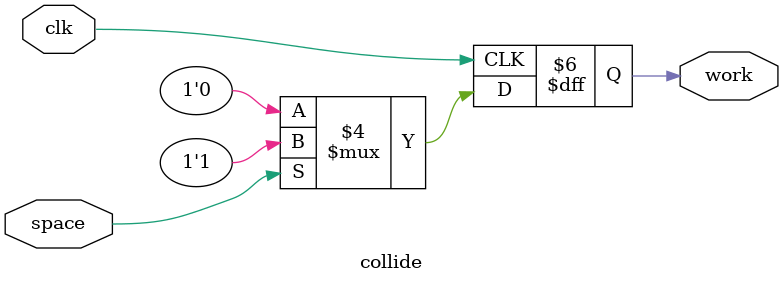
<source format=v>
`timescale 1ns / 1ps


module collide(
    input clk,
    input space,
    output work
    );
    
    reg work;
    
    always @ (posedge clk)
    begin
        if (space == 1)
        begin
            work <= 1;
        end
        else
        begin
            work <= 0;
        end
    end
        
endmodule

</source>
